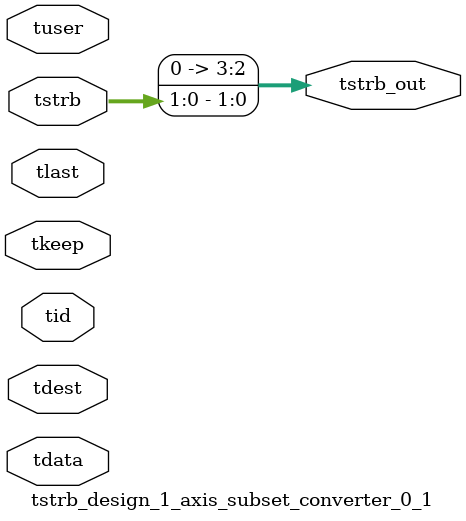
<source format=v>


`timescale 1ps/1ps

module tstrb_design_1_axis_subset_converter_0_1 #
(
parameter C_S_AXIS_TDATA_WIDTH = 32,
parameter C_S_AXIS_TUSER_WIDTH = 0,
parameter C_S_AXIS_TID_WIDTH   = 0,
parameter C_S_AXIS_TDEST_WIDTH = 0,
parameter C_M_AXIS_TDATA_WIDTH = 32
)
(
input  [(C_S_AXIS_TDATA_WIDTH == 0 ? 1 : C_S_AXIS_TDATA_WIDTH)-1:0     ] tdata,
input  [(C_S_AXIS_TUSER_WIDTH == 0 ? 1 : C_S_AXIS_TUSER_WIDTH)-1:0     ] tuser,
input  [(C_S_AXIS_TID_WIDTH   == 0 ? 1 : C_S_AXIS_TID_WIDTH)-1:0       ] tid,
input  [(C_S_AXIS_TDEST_WIDTH == 0 ? 1 : C_S_AXIS_TDEST_WIDTH)-1:0     ] tdest,
input  [(C_S_AXIS_TDATA_WIDTH/8)-1:0 ] tkeep,
input  [(C_S_AXIS_TDATA_WIDTH/8)-1:0 ] tstrb,
input                                                                    tlast,
output [(C_M_AXIS_TDATA_WIDTH/8)-1:0 ] tstrb_out
);

assign tstrb_out = {tstrb[1:0]};

endmodule


</source>
